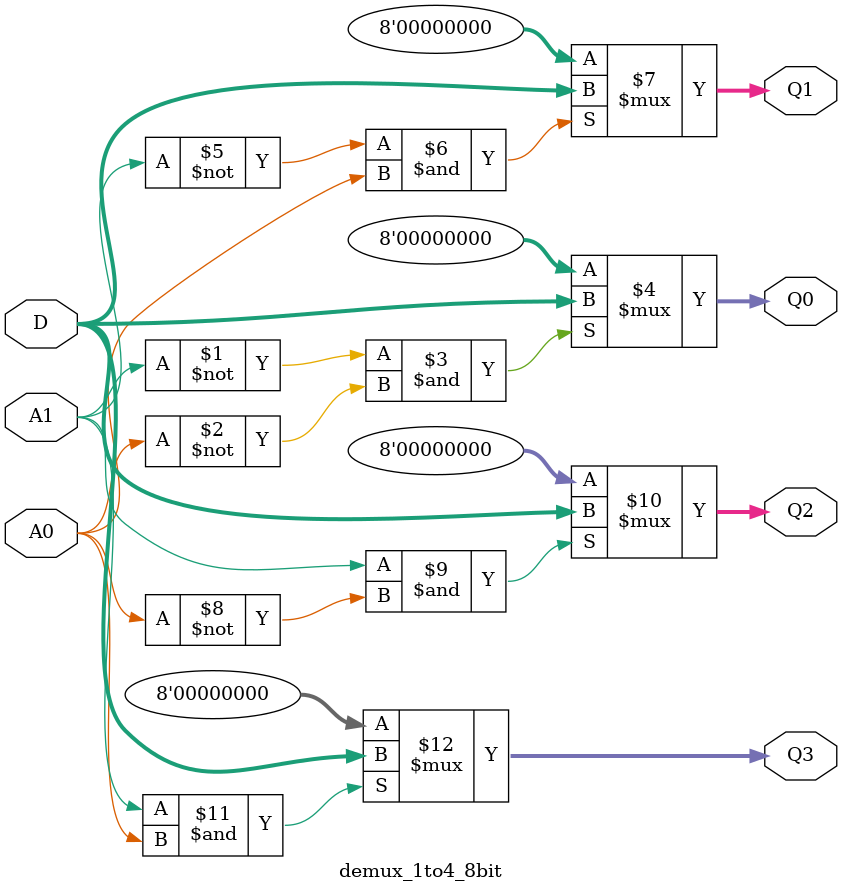
<source format=v>
module demux_1to4_8bit (
    input  wire [7:0] D,
    input  wire A1, A0,
    output wire [7:0] Q0,
    output wire [7:0] Q1,
    output wire [7:0] Q2,
    output wire [7:0] Q3
);

assign Q0 = (~A1 & ~A0) ? D : 8'b00000000;
assign Q1 = (~A1 &  A0) ? D : 8'b00000000;
assign Q2 = ( A1 & ~A0) ? D : 8'b00000000;
assign Q3 = ( A1 &  A0) ? D : 8'b00000000;

endmodule

</source>
